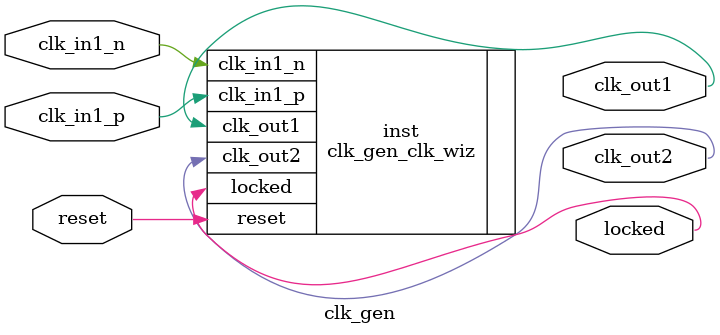
<source format=v>


`timescale 1ps/1ps

(* CORE_GENERATION_INFO = "clk_gen,clk_wiz_v6_0_3_0_0,{component_name=clk_gen,use_phase_alignment=true,use_min_o_jitter=false,use_max_i_jitter=false,use_dyn_phase_shift=false,use_inclk_switchover=false,use_dyn_reconfig=false,enable_axi=0,feedback_source=FDBK_AUTO,PRIMITIVE=MMCM,num_out_clk=2,clkin1_period=5.000,clkin2_period=10.0,use_power_down=false,use_reset=true,use_locked=true,use_inclk_stopped=false,feedback_type=SINGLE,CLOCK_MGR_TYPE=NA,manual_override=false}" *)

module clk_gen 
 (
  // Clock out ports
  output        clk_out1,
  output        clk_out2,
  // Status and control signals
  input         reset,
  output        locked,
 // Clock in ports
  input         clk_in1_p,
  input         clk_in1_n
 );

  clk_gen_clk_wiz inst
  (
  // Clock out ports  
  .clk_out1(clk_out1),
  .clk_out2(clk_out2),
  // Status and control signals               
  .reset(reset), 
  .locked(locked),
 // Clock in ports
  .clk_in1_p(clk_in1_p),
  .clk_in1_n(clk_in1_n)
  );

endmodule

</source>
